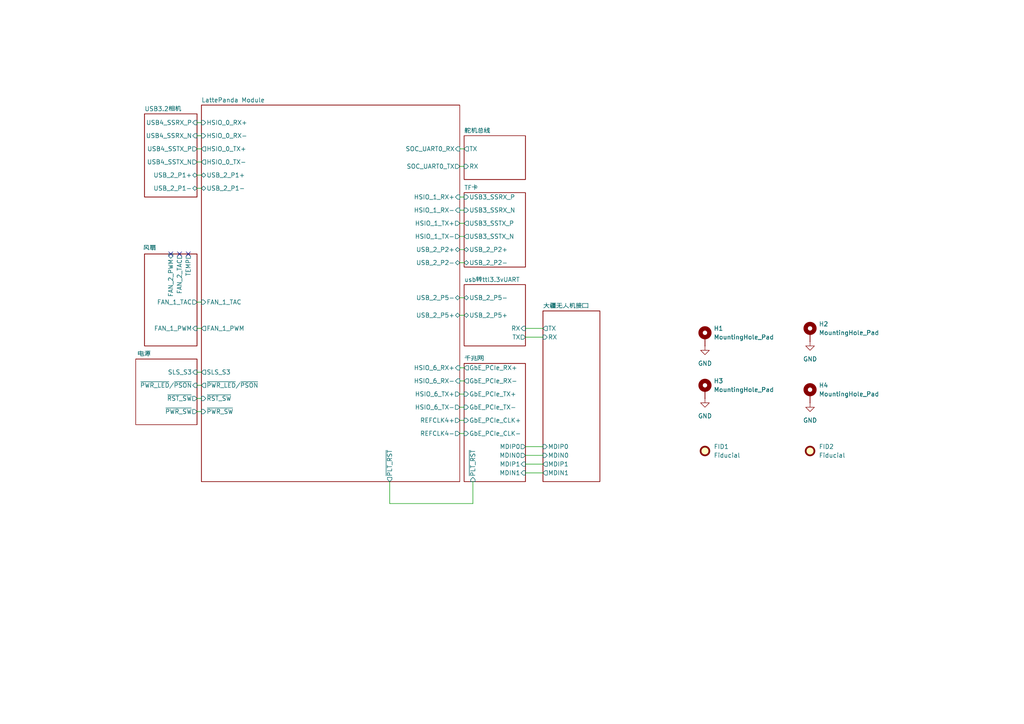
<source format=kicad_sch>
(kicad_sch (version 20250114) (generator "eeschema") (generator_version "9.0")
  (paper "A4")
  (title_block (title "系统图") (rev "1") (company "南京势创智能科技有限公司"))
  (lib_symbols
    (symbol "Mechanical:Fiducial" (in_bom no)
      (property "Reference" "FID" (at 0 5.08 0))
      (property "Value" "Fiducial" (at 0 3.175 0))
      (symbol "Fiducial_0_1"
        (circle (center 0 0) (radius 1.27) (stroke (width 0.508)) (fill (type background)))
      )
    )
    (symbol "Mechanical:MountingHole_Pad" (pin_numbers (hide yes)) (pin_names (offset 1.016) (hide yes)) (in_bom no)
      (property "Reference" "H" (at 0 6.35 0))
      (property "Value" "MountingHole_Pad" (at 0 4.445 0))
      (symbol "MountingHole_Pad_0_1"
        (circle (center 0 1.27) (radius 1.27) (stroke (width 1.27)))
      )
      (symbol "MountingHole_Pad_1_1"
        (pin input line (at 0 -2.54 90) (length 2.54) (name "1") (number "1"))
      )
    )
    (symbol "power:GND" (power) (pin_numbers (hide yes)) (pin_names (offset 0) (hide yes))
      (property "Value" "GND" (at 0 -3.81 0))
      (symbol "GND_0_1"
        (polyline (pts (xy 0 0) (xy 0 -1.27) (xy 1.27 -1.27) (xy 0 -2.54) (xy -1.27 -1.27) (xy 0 -1.27)))
      )
      (symbol "GND_1_1"
        (pin power_in line (at 0 0 270) (length 0) (name "~") (number "1"))
      )
    )
  )
  (no_connect (at 52.07 73.66))
  (no_connect (at 49.53 73.66))
  (no_connect (at 54.61 73.66))
  (wire (pts (xy 57.15 46.99) (xy 58.42 46.99)))
  (wire (pts (xy 113.03 146.05) (xy 137.16 146.05)))
  (wire (pts (xy 152.4 129.54) (xy 157.48 129.54)))
  (wire (pts (xy 133.35 118.11) (xy 134.62 118.11)))
  (wire (pts (xy 133.35 72.39) (xy 134.62 72.39)))
  (wire (pts (xy 57.15 119.38) (xy 58.42 119.38)))
  (wire (pts (xy 133.35 86.36) (xy 134.62 86.36)))
  (wire (pts (xy 133.35 106.68) (xy 134.62 106.68)))
  (wire (pts (xy 57.15 111.76) (xy 58.42 111.76)))
  (wire (pts (xy 113.03 139.7) (xy 113.03 146.05)))
  (wire (pts (xy 133.35 60.96) (xy 134.62 60.96)))
  (wire (pts (xy 152.4 137.16) (xy 157.48 137.16)))
  (wire (pts (xy 133.35 121.92) (xy 134.62 121.92)))
  (wire (pts (xy 152.4 134.62) (xy 157.48 134.62)))
  (wire (pts (xy 133.35 114.3) (xy 134.62 114.3)))
  (wire (pts (xy 57.15 87.63) (xy 58.42 87.63)))
  (wire (pts (xy 133.35 125.73) (xy 134.62 125.73)))
  (wire (pts (xy 133.35 91.44) (xy 134.62 91.44)))
  (wire (pts (xy 133.35 68.58) (xy 134.62 68.58)))
  (wire (pts (xy 133.35 76.2) (xy 134.62 76.2)))
  (wire (pts (xy 152.4 95.25) (xy 157.48 95.25)))
  (wire (pts (xy 57.15 50.8) (xy 58.42 50.8)))
  (wire (pts (xy 57.15 43.18) (xy 58.42 43.18)))
  (wire (pts (xy 57.15 39.37) (xy 58.42 39.37)))
  (wire (pts (xy 57.15 107.95) (xy 58.42 107.95)))
  (wire (pts (xy 133.35 48.26) (xy 134.62 48.26)))
  (wire (pts (xy 57.15 115.57) (xy 58.42 115.57)))
  (wire (pts (xy 57.15 54.61) (xy 58.42 54.61)))
  (wire (pts (xy 137.16 146.05) (xy 137.16 139.7)))
  (wire (pts (xy 133.35 43.18) (xy 134.62 43.18)))
  (wire (pts (xy 152.4 97.79) (xy 157.48 97.79)))
  (wire (pts (xy 133.35 110.49) (xy 134.62 110.49)))
  (wire (pts (xy 57.15 95.25) (xy 58.42 95.25)))
  (wire (pts (xy 57.15 35.56) (xy 58.42 35.56)))
  (wire (pts (xy 133.35 64.77) (xy 134.62 64.77)))
  (wire (pts (xy 152.4 132.08) (xy 157.48 132.08)))
  (wire (pts (xy 133.35 57.15) (xy 134.62 57.15)))
  (symbol (lib_id "power:GND") (at 234.95 99.06 0) (unit 1) (on_board no)
    (property "Reference" "#PWR02" (effects (hide yes)))
    (property "Value" "GND" (at 234.95 104.14 0))
    (property "Description" "Power symbol creates a global label with name \"GND\" , ground" (effects (hide yes)))
  )
  (symbol (lib_id "power:GND") (at 204.47 100.33 0) (unit 1) (on_board no)
    (property "Reference" "#PWR01" (effects (hide yes)))
    (property "Value" "GND" (at 204.47 105.41 0))
    (property "Description" "Power symbol creates a global label with name \"GND\" , ground" (effects (hide yes)))
  )
  (symbol (lib_id "Mechanical:Fiducial") (at 204.47 130.81 0) (unit 1) (in_bom no) (on_board no)
    (property "Reference" "FID1" (at 207.01 129.5399 0) (effects (justify left)))
    (property "Value" "Fiducial" (at 207.01 132.0799 0) (effects (justify left)))
    (property "Description" "Fiducial Marker" (effects (hide yes)))
  )
  (symbol (lib_id "Mechanical:MountingHole_Pad") (at 204.47 97.79 0) (unit 1) (in_bom no) (on_board no)
    (property "Reference" "H1" (at 207.01 95.2499 0) (effects (justify left)))
    (property "Value" "MountingHole_Pad" (at 207.01 97.7899 0) (effects (justify left)))
    (property "Description" "Mounting Hole with connection" (effects (hide yes)))
  )
  (symbol (lib_id "power:GND") (at 204.47 115.57 0) (unit 1) (on_board no)
    (property "Reference" "#PWR03" (effects (hide yes)))
    (property "Value" "GND" (at 204.47 120.65 0))
    (property "Description" "Power symbol creates a global label with name \"GND\" , ground" (effects (hide yes)))
  )
  (symbol (lib_id "Mechanical:Fiducial") (at 234.95 130.81 0) (unit 1) (in_bom no) (on_board no)
    (property "Reference" "FID2" (at 237.49 129.5399 0) (effects (justify left)))
    (property "Value" "Fiducial" (at 237.49 132.0799 0) (effects (justify left)))
    (property "Description" "Fiducial Marker" (effects (hide yes)))
  )
  (symbol (lib_id "Mechanical:MountingHole_Pad") (at 234.95 96.52 0) (unit 1) (in_bom no) (on_board no)
    (property "Reference" "H2" (at 237.49 93.9799 0) (effects (justify left)))
    (property "Value" "MountingHole_Pad" (at 237.49 96.5199 0) (effects (justify left)))
    (property "Description" "Mounting Hole with connection" (effects (hide yes)))
  )
  (symbol (lib_id "Mechanical:MountingHole_Pad") (at 234.95 114.3 0) (unit 1) (in_bom no) (on_board no)
    (property "Reference" "H4" (at 237.49 111.7599 0) (effects (justify left)))
    (property "Value" "MountingHole_Pad" (at 237.49 114.2999 0) (effects (justify left)))
    (property "Description" "Mounting Hole with connection" (effects (hide yes)))
  )
  (symbol (lib_id "power:GND") (at 234.95 116.84 0) (unit 1) (on_board no)
    (property "Reference" "#PWR04" (effects (hide yes)))
    (property "Value" "GND" (at 234.95 121.92 0))
    (property "Description" "Power symbol creates a global label with name \"GND\" , ground" (effects (hide yes)))
  )
  (symbol (lib_id "Mechanical:MountingHole_Pad") (at 204.47 113.03 0) (unit 1) (in_bom no) (on_board no)
    (property "Reference" "H3" (at 207.01 110.4899 0) (effects (justify left)))
    (property "Value" "MountingHole_Pad" (at 207.01 113.0299 0) (effects (justify left)))
    (property "Description" "Mounting Hole with connection" (effects (hide yes)))
  )
  (sheet (at 41.91 33.02) (size 15.24 24.13) (stroke (width 0.1524))
    (property "Sheetname" "USB3.2相机" (at 41.91 32.3084 0) (effects (justify left bottom)))
    (property "Sheetfile" "USB32.kicad_sch" (effects (hide yes)))
    (pin "USB4_SSRX_N" input (at 57.15 39.37 0))
    (pin "USB4_SSRX_P" input (at 57.15 35.56 0))
    (pin "USB4_SSTX_N" output (at 57.15 46.99 0))
    (pin "USB4_SSTX_P" output (at 57.15 43.18 0))
    (pin "USB_2_P1+" bidirectional (at 57.15 50.8 0))
    (pin "USB_2_P1-" bidirectional (at 57.15 54.61 0))
  )
  (sheet (at 39.37 104.14) (size 17.78 19.05) (stroke (width 0.1524))
    (property "Sheetname" "电源" (at 39.878 103.378 0) (effects (justify left bottom)))
    (property "Sheetfile" "PSU.kicad_sch" (effects (hide yes)))
    (pin "SLS_S3" input (at 57.15 107.95 0))
    (pin "~{PWR_LED}{slash}~{PSON}" input (at 57.15 111.76 0))
    (pin "~{PWR_SW}" output (at 57.15 119.38 0))
    (pin "~{RST_SW}" output (at 57.15 115.57 0))
  )
  (sheet (at 134.62 82.55) (size 17.78 17.78) (stroke (width 0.1524))
    (property "Sheetname" "usb转ttl3.3vUART" (at 134.62 81.8384 0) (effects (justify left bottom)))
    (property "Sheetfile" "USB2UART.kicad_sch" (effects (hide yes)))
    (pin "USB_2_P5+" bidirectional (at 134.62 91.44 180))
    (pin "USB_2_P5-" bidirectional (at 134.62 86.36 180))
    (pin "RX" input (at 152.4 95.25 0))
    (pin "TX" output (at 152.4 97.79 0))
  )
  (sheet (at 41.91 73.66) (size 15.24 26.67) (stroke (width 0.1524))
    (property "Sheetname" "风扇" (at 41.402 72.644 0) (effects (justify left bottom)))
    (property "Sheetfile" "Fan.kicad_sch" (effects (hide yes)))
    (pin "FAN_1_PWM" input (at 57.15 95.25 0))
    (pin "FAN_1_TAC" output (at 57.15 87.63 0))
    (pin "FAN_2_PWM" input (at 49.53 73.66 90))
    (pin "FAN_2_TAC" output (at 52.07 73.66 90))
    (pin "TEMP" output (at 54.61 73.66 90))
  )
  (sheet (at 58.42 30.48) (size 74.93 109.22) (stroke (width 0.1524))
    (property "Sheetname" "LattePanda Module" (at 58.42 29.7684 0) (effects (justify left bottom)))
    (property "Sheetfile" "LattePanda_Module.kicad_sch" (effects (hide yes)))
    (pin "FAN_1_PWM" output (at 58.42 95.25 180))
    (pin "FAN_1_TAC" input (at 58.42 87.63 180))
    (pin "HSIO_0_RX+" input (at 58.42 35.56 180))
    (pin "HSIO_0_RX-" input (at 58.42 39.37 180))
    (pin "HSIO_0_TX+" output (at 58.42 43.18 180))
    (pin "HSIO_0_TX-" output (at 58.42 46.99 180))
    (pin "HSIO_6_RX+" input (at 133.35 106.68 0))
    (pin "HSIO_6_RX-" input (at 133.35 110.49 0))
    (pin "HSIO_6_TX+" output (at 133.35 114.3 0))
    (pin "HSIO_6_TX-" output (at 133.35 118.11 0))
    (pin "REFCLK4+" output (at 133.35 121.92 0))
    (pin "REFCLK4-" output (at 133.35 125.73 0))
    (pin "SOC_UART0_RX" input (at 133.35 43.18 0))
    (pin "SOC_UART0_TX" output (at 133.35 48.26 0))
    (pin "USB_2_P5+" bidirectional (at 133.35 91.44 0))
    (pin "USB_2_P5-" bidirectional (at 133.35 86.36 0))
    (pin "~{PLT_RST}" output (at 113.03 139.7 270))
    (pin "~{PWR_LED}{slash}~{PSON}" output (at 58.42 111.76 180))
    (pin "~{PWR_SW}" input (at 58.42 119.38 180))
    (pin "~{RST_SW}" input (at 58.42 115.57 180))
    (pin "SLS_S3" output (at 58.42 107.95 180))
    (pin "USB_2_P1+" bidirectional (at 58.42 50.8 180))
    (pin "USB_2_P1-" bidirectional (at 58.42 54.61 180))
    (pin "HSIO_1_RX+" input (at 133.35 57.15 0))
    (pin "HSIO_1_RX-" input (at 133.35 60.96 0))
    (pin "HSIO_1_TX+" output (at 133.35 64.77 0))
    (pin "HSIO_1_TX-" output (at 133.35 68.58 0))
    (pin "USB_2_P2+" bidirectional (at 133.35 72.39 0))
    (pin "USB_2_P2-" bidirectional (at 133.35 76.2 0))
  )
  (sheet (at 134.62 105.41) (size 17.78 34.29) (stroke (width 0.1524))
    (property "Sheetname" "千兆网" (at 134.62 104.6984 0) (effects (justify left bottom)))
    (property "Sheetfile" "Gige.kicad_sch" (effects (hide yes)))
    (pin "GbE_PCIe_CLK+" input (at 134.62 121.92 180))
    (pin "GbE_PCIe_CLK-" input (at 134.62 125.73 180))
    (pin "GbE_PCIe_RX+" output (at 134.62 106.68 180))
    (pin "GbE_PCIe_RX-" output (at 134.62 110.49 180))
    (pin "GbE_PCIe_TX+" input (at 134.62 114.3 180))
    (pin "GbE_PCIe_TX-" input (at 134.62 118.11 180))
    (pin "~{PLT_RST}" input (at 137.16 139.7 270))
    (pin "MDIN0" output (at 152.4 132.08 0))
    (pin "MDIN1" input (at 152.4 137.16 0))
    (pin "MDIP0" output (at 152.4 129.54 0))
    (pin "MDIP1" input (at 152.4 134.62 0))
  )
  (sheet (at 157.48 90.17) (size 16.51 49.53) (stroke (width 0.1524))
    (property "Sheetname" "大疆无人机接口" (at 157.48 89.4584 0) (effects (justify left bottom)))
    (property "Sheetfile" "PsdkXportRJ45.kicad_sch" (effects (hide yes)))
    (pin "MDIN0" input (at 157.48 132.08 180))
    (pin "MDIN1" output (at 157.48 137.16 180))
    (pin "MDIP0" input (at 157.48 129.54 180))
    (pin "MDIP1" output (at 157.48 134.62 180))
    (pin "RX" input (at 157.48 97.79 180))
    (pin "TX" output (at 157.48 95.25 180))
  )
  (sheet (at 134.62 39.37) (size 17.78 12.7) (stroke (width 0.1524))
    (property "Sheetname" "舵机总线" (at 134.62 38.6584 0) (effects (justify left bottom)))
    (property "Sheetfile" "UARTBus.kicad_sch" (effects (hide yes)))
    (pin "RX" input (at 134.62 48.26 180))
    (pin "TX" output (at 134.62 43.18 180))
  )
  (sheet (at 134.62 55.88) (size 17.78 21.59) (stroke (width 0.1524))
    (property "Sheetname" "TF卡" (at 134.62 55.1684 0) (effects (justify left bottom)))
    (property "Sheetfile" "TFCard.kicad_sch" (effects (hide yes)))
    (pin "USB3_SSRX_N" input (at 134.62 60.96 180))
    (pin "USB3_SSRX_P" input (at 134.62 57.15 180))
    (pin "USB3_SSTX_N" output (at 134.62 68.58 180))
    (pin "USB3_SSTX_P" output (at 134.62 64.77 180))
    (pin "USB_2_P2+" bidirectional (at 134.62 72.39 180))
    (pin "USB_2_P2-" bidirectional (at 134.62 76.2 180))
  )
)
</source>
